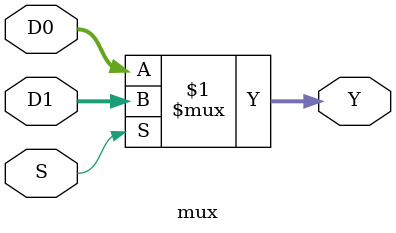
<source format=v>
module mux (Y, D0, D1, S);

parameter W = 32;

output [W-1:0] Y;
input [W-1:0] D0, D1;
input S;

assign Y = (S) ? D1 : D0;

endmodule
</source>
